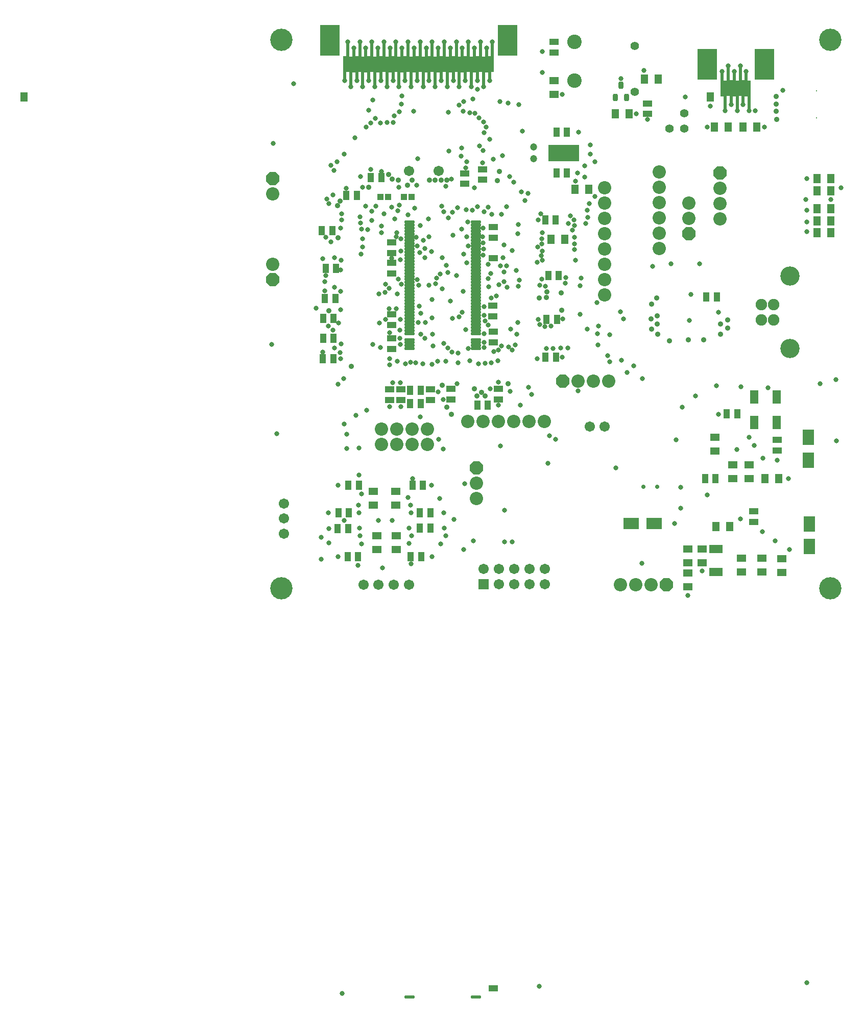
<source format=gbs>
%FSTAX24Y24*%
%MOMM*%
%SFA1B1*%

%IPPOS*%
%AMD98*
4,1,8,0.162560,0.601980,-0.162560,0.601980,-0.426720,0.337820,-0.426720,-0.337820,-0.162560,-0.601980,0.162560,-0.601980,0.426720,-0.337820,0.426720,0.337820,0.162560,0.601980,0.0*
1,1,0.528000,0.162560,0.337820*
1,1,0.528000,-0.162560,0.337820*
1,1,0.528000,-0.162560,-0.337820*
1,1,0.528000,0.162560,-0.337820*
%
%AMD106*
4,1,8,-1.102360,-0.457200,-0.457200,-1.102360,0.457200,-1.102360,1.102360,-0.457200,1.102360,0.457200,0.457200,1.102360,-0.457200,1.102360,-1.102360,0.457200,-1.102360,-0.457200,0.0*
%
%AMD108*
4,1,8,-0.457200,1.102360,-1.102360,0.457200,-1.102360,-0.457200,-0.457200,-1.102360,0.457200,-1.102360,1.102360,-0.457200,1.102360,0.457200,0.457200,1.102360,-0.457200,1.102360,0.0*
%
%ADD74R,1.202998X1.502997*%
%ADD83R,0.502999X5.202990*%
%ADD84R,3.202994X5.202990*%
%ADD85R,0.502999X4.202992*%
%ADD91R,1.952996X2.602995*%
%ADD92R,1.052998X1.602997*%
%ADD93R,1.602997X1.052998*%
%ADD94R,1.502997X1.202998*%
G04~CAMADD=98~8~0.0~0.0~335.8~473.6~103.9~0.0~15~0.0~0.0~0.0~0.0~0~0.0~0.0~0.0~0.0~0~0.0~0.0~0.0~0.0~335.8~473.6*
%ADD98D98*%
%ADD101C,1.702997*%
%ADD102C,0.902998*%
%ADD103C,2.202996*%
%ADD104C,1.402997*%
%ADD105R,1.702997X1.702997*%
G04~CAMADD=106~4~0.0~0.0~867.5~867.5~0.0~254.1~0~0.0~0.0~0.0~0.0~0~0.0~0.0~0.0~0.0~0~0.0~0.0~0.0~135.0~867.5~867.5*
%ADD106D106*%
%ADD107C,2.402995*%
G04~CAMADD=108~4~0.0~0.0~867.5~867.5~0.0~254.1~0~0.0~0.0~0.0~0.0~0~0.0~0.0~0.0~0.0~0~0.0~0.0~0.0~45.0~867.5~867.5*
%ADD108D108*%
%ADD109C,1.902996*%
%ADD110C,3.202994*%
%ADD111C,0.302999*%
%ADD112C,1.202998*%
%ADD113C,0.802998*%
%ADD114C,3.702993*%
%ADD115C,0.702999*%
%ADD116R,2.202996X1.452997*%
%ADD117O,1.802996X0.502999*%
%ADD118R,1.452997X2.202996*%
%ADD119R,2.602995X1.952996*%
%ADD120R,5.202990X2.702995*%
%ADD121R,1.002998X1.102998*%
%LN769bi_ltdc-1*%
%LPD*%
G54D74*
X1151999Y1645499D03*
X1174999D03*
X997499Y1379249D03*
X1020499D03*
X1338749Y1565999D03*
X1315749D03*
X1267999D03*
X1290999D03*
X1438499Y1429999D03*
X1461499D03*
X1438499Y1389999D03*
X1461499D03*
X1438499Y1409999D03*
X1461499D03*
Y1479999D03*
X1438499D03*
Y1459999D03*
X1461499D03*
X1293999Y902499D03*
X1270999D03*
X1375249Y982249D03*
X1352249D03*
X1126749Y1587249D03*
X1103749D03*
X1037249Y1462249D03*
X1060249D03*
X1261249Y1615499D03*
X123825D03*
G54D83*
X1325999Y1617499D03*
X1310999Y1642499D03*
X1305999Y1617499D03*
X1290999Y1642499D03*
X1285999Y1617499D03*
X700249Y1682249D03*
X740249D03*
X725249Y1657249D03*
X705249D03*
X685249D03*
X680249Y1682249D03*
X665249Y1657249D03*
X660249Y1682249D03*
X720249D03*
X760249D03*
X765249Y1657249D03*
X745249D03*
X780249Y1682249D03*
X785249Y1657249D03*
X805249D03*
X800249Y1682249D03*
X820249D03*
X825249Y1657249D03*
X840249Y1682249D03*
X845249Y1657249D03*
X860249Y1682249D03*
X865249Y1657249D03*
X880249Y1682249D03*
X885249Y1657249D03*
X900249Y1682249D03*
G54D84*
X1255999Y1669999D03*
X1350999D03*
X925249Y1709749D03*
X630249D03*
G54D85*
X1280999Y1637499D03*
X1320999D03*
X1315999Y1622499D03*
X1300999Y1637499D03*
X1295999Y1622499D03*
X895249Y1662249D03*
X890249Y1677249D03*
X875249Y1662249D03*
X870249Y1677249D03*
X855249Y1662249D03*
X850249Y1677249D03*
X835249Y1662249D03*
X830249Y1677249D03*
X810249D03*
X815249Y1662249D03*
X795249D03*
X775249D03*
X790249Y1677249D03*
X770249D03*
X750249D03*
X755249Y1662249D03*
X735249D03*
X73025Y1677249D03*
X715249Y1662249D03*
X710249Y1677249D03*
X690249D03*
X695249Y1662249D03*
X655249D03*
X670249Y1677249D03*
X675249Y1662249D03*
G54D91*
X1425999Y907249D03*
Y869249D03*
X1423999Y1050999D03*
Y1012999D03*
G54D92*
X678749Y970999D03*
X661249D03*
X636749Y1248249D03*
X619249D03*
X874999Y1104249D03*
X892499D03*
X1272249Y1283249D03*
X1254749D03*
X698749Y1481749D03*
X716249D03*
X657999Y1452249D03*
X675499D03*
X617499Y1393999D03*
X635D03*
X623499Y1331499D03*
X640999D03*
X619249Y1214749D03*
X636749D03*
X636499Y1181499D03*
X618999D03*
X1005749Y1183749D03*
X988249D03*
X1006999Y1246249D03*
X989499D03*
X1010249Y1319249D03*
X992749D03*
X1005249Y1411499D03*
X987749D03*
X1006249Y1488999D03*
X1023749D03*
X1006249Y1556999D03*
X1023749D03*
X1288749Y1089749D03*
X1306249D03*
X1252749Y982499D03*
X1270249D03*
X782249Y852499D03*
X764749D03*
X779749Y900249D03*
X797249D03*
X779999Y925499D03*
X797499D03*
X622249Y1281499D03*
X639749D03*
X780999Y1106999D03*
X763499D03*
X780999Y1128469D03*
X763499D03*
X644749Y925499D03*
X662249D03*
X643499Y899279D03*
X660999D03*
X677499Y852499D03*
X659999D03*
X767499Y971249D03*
X784999D03*
G54D93*
X732969Y1254929D03*
Y1237429D03*
X900719Y1251429D03*
Y1268929D03*
X732999Y1322499D03*
Y1339999D03*
X733219Y1373929D03*
Y1356429D03*
X732969Y1197679D03*
Y1215179D03*
X901309Y1399679D03*
Y1382179D03*
X901189Y136525D03*
Y1347749D03*
X901219Y1225929D03*
Y1208429D03*
X883499Y1478249D03*
Y1495749D03*
X853999Y1488749D03*
Y1471249D03*
X729999Y1130249D03*
Y1112749D03*
X748249D03*
Y1130249D03*
X797499Y1112749D03*
Y1130249D03*
X830999Y1113749D03*
Y1131249D03*
X1372249Y1046499D03*
Y1028999D03*
X1332999Y910499D03*
Y927999D03*
X1002749Y1689499D03*
Y1706999D03*
X1157499Y1604749D03*
Y1587249D03*
X909999Y1130999D03*
Y1113499D03*
G54D94*
X1312749Y827249D03*
Y850249D03*
X1325749Y982499D03*
Y1005499D03*
X1268999Y1027999D03*
Y1050999D03*
X1002749Y1619749D03*
Y1642749D03*
X1347249Y826999D03*
Y849999D03*
X1298999Y982499D03*
Y1005499D03*
X1379749Y849749D03*
Y826749D03*
X708499Y887499D03*
Y864499D03*
X740999D03*
Y887499D03*
X740249Y938249D03*
Y961249D03*
X702249D03*
Y938249D03*
X1224249Y842249D03*
Y865249D03*
X1247479Y842499D03*
Y865499D03*
X1224499Y8255D03*
Y802499D03*
G54D98*
X1113249Y1634999D03*
X1103749Y1614999D03*
X1122749D03*
G54D101*
X762Y1492999D03*
X810799D03*
X1086499Y1068749D03*
X1061499D03*
X885699Y832699D03*
X911099Y807299D03*
Y832699D03*
X936499Y807299D03*
Y832699D03*
X961899Y807299D03*
Y832699D03*
X987299Y807299D03*
Y832699D03*
X761499Y806499D03*
X736499D03*
X711499D03*
X686499D03*
X554249Y890999D03*
Y915999D03*
Y940999D03*
G54D102*
X694999Y1465999D03*
X766749Y1477499D03*
X647749Y1443249D03*
X642999Y1434999D03*
X1174499Y1221999D03*
X1163749Y1229999D03*
X1278499Y1221999D03*
X1290249Y1231999D03*
X1278749Y1238999D03*
X1173499Y1238749D03*
X1163499Y1247499D03*
X1172999Y1252749D03*
X644499Y1381999D03*
X628749Y1260749D03*
X990499Y1292249D03*
X977749Y1281749D03*
X1290499Y1245499D03*
X1172749Y1281999D03*
X1163749Y1271499D03*
X824499Y1477249D03*
X814919D03*
X805329D03*
X795749D03*
X744249D03*
X734249Y1479249D03*
X727999Y1486499D03*
X870499Y1131249D03*
X874749Y1119249D03*
X881749Y1125499D03*
X888249Y1119249D03*
X926499Y1139749D03*
X759749Y1469249D03*
X908499Y1476499D03*
X666499Y1168499D03*
X1014999Y1261499D03*
X816999Y1137499D03*
X1014249Y1290249D03*
X911999Y1491749D03*
X824249Y1100999D03*
X832249Y1088999D03*
X1250749Y1212499D03*
X1224749D03*
X1193499Y1211249D03*
X1371249Y1578249D03*
X1371029Y1591999D03*
Y1603999D03*
Y1616249D03*
X989249Y1282499D03*
G54D103*
X716419Y1064219D03*
Y1038819D03*
X741819D03*
Y1064219D03*
X767219Y1038819D03*
Y1064219D03*
X792619Y1038819D03*
Y1064219D03*
X986249Y1077249D03*
X960849D03*
X935449D03*
X910049D03*
X884649D03*
X859249D03*
X1085999Y1464999D03*
Y1439599D03*
Y1414199D03*
Y1388799D03*
Y1363399D03*
Y1337999D03*
Y1312599D03*
Y1287199D03*
X535749Y1337449D03*
Y1454549D03*
X1226249Y1439649D03*
Y1414249D03*
X1176499Y1363749D03*
Y1389149D03*
Y1414549D03*
Y1439949D03*
Y1465349D03*
Y1490749D03*
X1163449Y805749D03*
X1138049D03*
X1112649D03*
X1277499Y1463949D03*
Y1438549D03*
Y1413149D03*
X873749Y948999D03*
Y974399D03*
X1092849Y1144249D03*
X1067449D03*
X1042049D03*
G54D104*
X1136249Y1624249D03*
Y1700249D03*
X1193499Y1563249D03*
X1218499D03*
Y1588249D03*
G54D105*
X885699Y807299D03*
G54D106*
X535749Y1312049D03*
Y1479949D03*
X1226249Y1388849D03*
X1277499Y1489349D03*
X873749Y999799D03*
G54D107*
X1036249Y1707249D03*
Y1642249D03*
G54D108*
X1188849Y805749D03*
X1016649Y1144249D03*
G54D109*
X1346249Y1270749D03*
X1366149Y1245749D03*
X1346249D03*
X1366149Y1270749D03*
G54D110*
X1393249Y1318449D03*
Y1198049D03*
G54D111*
X1437379Y1625619D03*
Y1581249D03*
G54D112*
X968249Y1512749D03*
Y1532749D03*
G54D113*
X678749Y988499D03*
X981249Y1352499D03*
X1069999Y1450749D03*
X1054499Y1405999D03*
X1057999Y1415999D03*
X1057249Y1427249D03*
X1035999Y1382749D03*
X1029749Y1418499D03*
X1036249Y1402499D03*
X1032749Y1394499D03*
X1060999Y1438249D03*
X1052999Y1482999D03*
X1037499Y1475499D03*
X1052999Y1500999D03*
X1111999Y1259499D03*
X895249Y1544999D03*
X1045749Y1302249D03*
X1073499Y1273999D03*
X632749Y1502499D03*
X637999Y1348999D03*
X1300999Y1657499D03*
X1295999Y1602499D03*
X1280999Y1657499D03*
X1310999Y1667499D03*
X1290999D03*
X1305999Y1592499D03*
X1315999Y1602499D03*
X1325999Y1592499D03*
X1320999Y1657499D03*
X895249Y1642249D03*
X875249D03*
X855249D03*
X665249Y1632249D03*
X660249Y1707249D03*
X655249Y1642249D03*
X685249Y1632249D03*
X705249D03*
X725249D03*
X745249D03*
X765249D03*
X785249D03*
X805249D03*
X825249D03*
X845249D03*
X865249D03*
X885249D03*
X680249Y1707249D03*
X700249D03*
X720249D03*
X740249D03*
X760249D03*
X780249D03*
X800249D03*
X820249D03*
X840249D03*
X860249D03*
X880249D03*
X900249D03*
X670249Y1697249D03*
X675249Y1642249D03*
X695249D03*
X715249D03*
X735249D03*
X755249D03*
X775249D03*
X795249D03*
X815249D03*
X835249D03*
X690249Y1697249D03*
X710249D03*
X73025D03*
X750249D03*
X770249D03*
X790249D03*
X810249D03*
X830249D03*
X850249D03*
X870249D03*
X890249D03*
X631999Y1374749D03*
X896749Y1131499D03*
X981749Y1312999D03*
X1348749Y1015749D03*
X748249Y1101499D03*
X1165749Y1334499D03*
X1381249Y1626749D03*
X1229499Y1288249D03*
X1195999Y1338999D03*
X1035249Y1411749D03*
X979999Y1421999D03*
X1025999Y1405999D03*
X534249Y1205249D03*
X607499Y1264749D03*
X536499Y1538249D03*
X623499Y1382999D03*
X622249Y1308749D03*
X623499Y1319499D03*
X622249Y1294249D03*
X618749Y1192499D03*
X1134249Y1169749D03*
X770999Y1430999D03*
X706999Y1434499D03*
X716249Y1491999D03*
X777749Y1303249D03*
X775509Y1312249D03*
X744249Y1312999D03*
X748999Y1305249D03*
X1243749Y1338499D03*
X1275249Y1258499D03*
X914999Y1202499D03*
X729719Y1180929D03*
X729969Y1171469D03*
X833249Y1192499D03*
X808999Y1176999D03*
X933249Y1360999D03*
X1151749Y1659999D03*
X1062499Y1535749D03*
X1157499Y1578499D03*
X1138249Y1587249D03*
X1113249Y1645749D03*
X1035999Y1371499D03*
Y1361999D03*
X1070249Y1507749D03*
X1037499Y1344999D03*
X1062499Y1520749D03*
X848249Y1516999D03*
X750249Y1616999D03*
X774969Y1469029D03*
X841749Y1139749D03*
X773999Y1382929D03*
X716249Y1400999D03*
X842749Y1190249D03*
X741999Y1176749D03*
X859719Y1197929D03*
X852009Y1292749D03*
X906969Y1285679D03*
X893259Y1313999D03*
X939879Y1327429D03*
X928499Y1483499D03*
X935749Y1473749D03*
X958999Y1455499D03*
X948249Y1458499D03*
X954249Y1443749D03*
X1025499Y1198749D03*
X1045749Y1254749D03*
X977499Y1397D03*
X982499Y1390499D03*
X950249Y1558999D03*
X1012999Y1198749D03*
X989749Y1198499D03*
X974679Y1181429D03*
X997249Y1235749D03*
X978249Y1237999D03*
X717499Y834499D03*
X823249Y887249D03*
X653999Y912999D03*
X836499Y914249D03*
X616499Y848249D03*
Y884749D03*
X764999Y840749D03*
X679249Y1032749D03*
X658499Y1032499D03*
X644499Y1138749D03*
X649999Y1421499D03*
X680999Y1416499D03*
X650069Y1411429D03*
X681249Y1406499D03*
X628999Y1438249D03*
X542749Y1056749D03*
X648749Y1397999D03*
X657999Y1464249D03*
X1214999Y1100999D03*
X1236499Y1119749D03*
X1204749Y1046749D03*
X785749Y1377499D03*
X795249Y1383749D03*
X775009Y1368249D03*
X682469Y1354429D03*
X642749Y1508249D03*
X885499Y1573749D03*
X886249Y1556499D03*
X916999Y1517999D03*
X889999Y1565249D03*
X769499Y1591999D03*
X887749Y1243999D03*
X893249Y1237499D03*
X856219Y1229179D03*
X819749Y1206249D03*
X801499Y1202499D03*
X826749Y1414999D03*
X781499Y1256499D03*
X800249Y1249249D03*
X729289Y1224809D03*
X722749Y1246249D03*
X728499Y1297749D03*
X742749Y1288999D03*
X722999Y1304749D03*
X794249Y1413179D03*
X780539Y1402569D03*
X817249Y1297249D03*
X923249Y1335249D03*
X919749Y1370249D03*
X893849Y1300309D03*
X840249Y1318899D03*
X1333999Y1036999D03*
X1255999Y1565999D03*
X1350999D03*
X901999Y1511999D03*
X1040999Y1488999D03*
X1042999Y1556999D03*
X964999Y1121999D03*
X959999Y1133999D03*
X1090999Y1185999D03*
X1074999Y1203999D03*
X1073999Y1222999D03*
X1419999Y1444999D03*
X1477999Y1464999D03*
X1020749Y1306499D03*
X826999Y1589999D03*
X690499Y1565749D03*
X618999Y1346999D03*
X653999Y1520999D03*
X1201749Y907749D03*
X1392499Y864249D03*
X1147749Y841749D03*
X1325499Y1051249D03*
X1372249Y1012499D03*
X1391249Y982249D03*
X1347749Y894249D03*
X1368749Y878749D03*
X625499Y1445999D03*
X637499Y1493249D03*
X635499Y1452749D03*
X720249Y1421499D03*
X701999Y1610499D03*
X857499Y1507999D03*
X671999Y1547499D03*
X694999Y1593499D03*
X827999Y1525499D03*
X877049Y1173059D03*
X748879Y1604119D03*
X725249Y1572999D03*
X848999Y1530999D03*
X697999Y1572499D03*
X681499Y1483499D03*
X862999Y1588999D03*
X975999Y1411499D03*
X705999Y1580249D03*
X714749Y1572499D03*
X745749Y1590999D03*
X737499Y1584249D03*
X735249Y1572999D03*
X878749Y1534499D03*
X884749Y1526999D03*
X871499Y1588499D03*
X877749Y1580749D03*
X776249Y1512749D03*
X1016999Y1246999D03*
X883749Y1506499D03*
X855499Y1497749D03*
X698749Y1494999D03*
X818499Y1113749D03*
X909999Y1104249D03*
X1021499Y1316249D03*
X799499Y971499D03*
X820249Y900249D03*
X920049Y877099D03*
X932749Y876899D03*
X868349Y878799D03*
X644499Y852499D03*
X643999Y971499D03*
X816999Y1348999D03*
X886499Y1222499D03*
X918999Y1325499D03*
X917999Y1348999D03*
X893499Y1337999D03*
X848749Y1395939D03*
X852749Y1354499D03*
X834749Y1386499D03*
X884499Y1372999D03*
X885249Y1362999D03*
X746749Y1228999D03*
X85725Y1383249D03*
X883999Y1383179D03*
X857499Y1339999D03*
X897999Y1174499D03*
X728499Y1263999D03*
X721749Y1290999D03*
X779999Y1357499D03*
X798999Y1359249D03*
X788249Y1348999D03*
X788499Y1364249D03*
X740719Y1383179D03*
X684469Y1366929D03*
X684999Y1465999D03*
X975749Y1246499D03*
X746719Y1215429D03*
X748219Y1359679D03*
X759969Y1419929D03*
X699999Y1425999D03*
X897969Y1282179D03*
X933219Y1195429D03*
X693469Y1395179D03*
X748469Y1379929D03*
X747469Y1246179D03*
X918969Y1308679D03*
X929969Y1229929D03*
X923969Y1433929D03*
X764469Y1175429D03*
X648749Y1181249D03*
X741749Y1390749D03*
X886499Y1267929D03*
X833999Y1424499D03*
X842249Y1432249D03*
X924509Y1299999D03*
X897719Y1322679D03*
X913469Y1335429D03*
X910969Y1303679D03*
X886499Y1252999D03*
X885999Y1207999D03*
X747719Y1345179D03*
X733219Y1347969D03*
X869969Y1464719D03*
X884249Y1397999D03*
X915219Y1421179D03*
X826499Y1198999D03*
X884249Y1352999D03*
X909969Y1142279D03*
X830259Y1276499D03*
X850249Y1258499D03*
X807749Y1314999D03*
X795249Y1303249D03*
X844999Y1250999D03*
X833999Y1248399D03*
X714499Y1199999D03*
X701719Y1205249D03*
X823749Y1336499D03*
X826249Y1323999D03*
X813749Y1321499D03*
X740499Y1264499D03*
X805999Y1305999D03*
X822999Y1177249D03*
X800999Y1222249D03*
X788499Y1215249D03*
X781749Y1221749D03*
X684999Y1380249D03*
X700249Y1410749D03*
X737999Y1412899D03*
X716499Y1389999D03*
X689969Y1434529D03*
X942319Y1241429D03*
X944429Y1311429D03*
X943249Y1403499D03*
X819249Y1424999D03*
X815749Y1433999D03*
X683179Y1396429D03*
X772749Y1174249D03*
X799969Y1172029D03*
X860069Y1367929D03*
X799999Y1279749D03*
X778539Y1268059D03*
X788749Y1241749D03*
X777499Y1240999D03*
X1461499Y1444999D03*
X1421749Y1479999D03*
X1421499Y14605D03*
Y1427249D03*
X1421749Y1407999D03*
X1421499Y1391999D03*
X729999Y1101749D03*
X1104749Y999749D03*
X819749Y925499D03*
X799749Y852499D03*
X1015749Y1619749D03*
X1335999Y1592499D03*
X1274749Y1088749D03*
X1271249Y1136749D03*
X1305249Y1030499D03*
X1470249Y1044499D03*
X1469749Y1146499D03*
X734969Y1141779D03*
X929749Y1127249D03*
X946249Y1104499D03*
X867749Y1612499D03*
X925749Y1604999D03*
X851249Y1592249D03*
X940749Y1221499D03*
X902009Y1193239D03*
X908999Y1177499D03*
X909969Y1195929D03*
X886499Y1199749D03*
X862249Y1177499D03*
X937719Y1203929D03*
X927049Y1200309D03*
X648499Y1262499D03*
X831999Y1478999D03*
X822749Y1467249D03*
X1226499Y1244499D03*
X899249Y1420499D03*
X893249Y1432499D03*
X885999Y1424749D03*
X943249Y1301499D03*
X978999Y1302999D03*
X887999Y1173499D03*
X747499Y1141749D03*
X780749Y1084499D03*
X811249Y1047249D03*
X818249Y1031249D03*
X756249Y1172749D03*
X784999Y1172499D03*
X810249Y1126249D03*
X732749Y1432999D03*
X743499Y1426749D03*
X745749Y1435749D03*
X648749Y1328749D03*
X649249Y1344249D03*
X648249Y1292999D03*
X651069Y128143D03*
X638499Y1299999D03*
X843249Y1174249D03*
X942249Y1388999D03*
X1310999Y915749D03*
X859319Y1407929D03*
X856749Y1428499D03*
X866749Y1427749D03*
X874999Y1433249D03*
X747249Y1204999D03*
X648999Y1205749D03*
X637999Y1198999D03*
X647249Y1191749D03*
X712999Y1240749D03*
X711999Y1288499D03*
X745249Y1465749D03*
X644749Y1240249D03*
X627999Y1235249D03*
X635499Y1228249D03*
X987499Y1234249D03*
X1000999Y1198499D03*
X1123749Y1158499D03*
X1148749Y1148249D03*
X1357499Y1133249D03*
X1443249Y1139999D03*
X1312499Y1134749D03*
X1256499Y954749D03*
X1094749Y1220749D03*
X1057499Y1229999D03*
X1075749Y1235499D03*
X1046999Y1315249D03*
X1212499Y967749D03*
X1212249Y932749D03*
X981999Y1380249D03*
X975499Y1366749D03*
X981749Y1371999D03*
X974249Y1341499D03*
X983249Y1344749D03*
X982549Y1360069D03*
X678249Y938249D03*
X678499Y925499D03*
X628499Y925249D03*
X679499Y899749D03*
X628999Y898999D03*
X628749Y875749D03*
X680249Y887249D03*
X677249Y838249D03*
X682999Y873749D03*
X710749Y912749D03*
X733749D03*
X767499Y982249D03*
X762249Y874499D03*
X765749Y887249D03*
X814749Y873499D03*
X763999Y938249D03*
X760249Y950749D03*
X812749Y949499D03*
X919999Y929499D03*
X653749Y1148499D03*
X691999Y1095749D03*
X673999Y1087249D03*
X658499Y1055749D03*
X653999Y1072499D03*
X991749Y1007749D03*
X853999Y973999D03*
X913249Y1036249D03*
X852249Y864499D03*
X765249Y925499D03*
X762Y899999D03*
X683249Y956749D03*
X1015749Y1183499D03*
X987999Y1301249D03*
X1117499Y1247249D03*
X1114499Y1178999D03*
X1094999Y1176499D03*
X1041749Y1128249D03*
X994289Y1053789D03*
X1005249Y1047249D03*
X570499Y1637249D03*
X982749Y1690499D03*
Y1656499D03*
X943749Y1602499D03*
X874999Y1627999D03*
X845249Y1602249D03*
X852499Y1608249D03*
X912499Y1607999D03*
X1285999Y1592499D03*
X1261749Y1600249D03*
X1220249Y1615499D03*
X1247499Y828749D03*
X1224499Y788749D03*
G54D114*
X549999Y1709999D03*
X1459999D03*
Y799999D03*
X549999D03*
G54D115*
X1150749Y968749D03*
X1173749D03*
G54D116*
X1270999Y827499D03*
Y864999D03*
G54D117*
X872469Y1407929D03*
Y1402929D03*
Y1397929D03*
Y1392929D03*
Y1387929D03*
Y1382929D03*
Y1377929D03*
Y1372929D03*
Y1367929D03*
Y1362929D03*
Y1357929D03*
Y1352929D03*
Y1347929D03*
Y1342929D03*
Y1337929D03*
Y1332929D03*
Y1327929D03*
Y1322929D03*
Y1317929D03*
Y1312929D03*
Y1307929D03*
Y1302929D03*
Y1297929D03*
Y1292929D03*
Y1287929D03*
Y1282929D03*
Y1277929D03*
Y1272929D03*
Y1267929D03*
Y1262929D03*
Y1257929D03*
Y1252929D03*
Y1247929D03*
Y1242929D03*
Y1237929D03*
Y1232929D03*
Y1227929D03*
Y1222929D03*
Y121793D03*
Y1212929D03*
Y1207929D03*
Y1202929D03*
Y1197929D03*
X762469Y1407929D03*
Y1402929D03*
Y1397929D03*
Y1392929D03*
Y1387929D03*
Y1382929D03*
Y1377929D03*
Y1372929D03*
Y1367929D03*
Y1362929D03*
Y1357929D03*
Y1352929D03*
Y1347929D03*
Y1342929D03*
Y1337929D03*
Y1332929D03*
Y1327929D03*
Y1322929D03*
Y1317929D03*
Y1312929D03*
Y1307929D03*
Y1302929D03*
Y1297929D03*
Y1292929D03*
Y1287929D03*
Y1282929D03*
Y1277929D03*
Y1272929D03*
Y1267929D03*
Y1262929D03*
Y1257929D03*
Y1252929D03*
Y1247929D03*
Y1242929D03*
Y1237929D03*
Y1232929D03*
Y1227929D03*
Y1222929D03*
Y121793D03*
Y1212929D03*
Y1207929D03*
Y1202929D03*
Y1197929D03*
G54D118*
X1371749Y1117749D03*
X1334249D03*
X1333999Y1074999D03*
X1371499D03*
G54D119*
X1129999Y907809D03*
X1167999D03*
G54D120*
X1018249Y1522749D03*
G54D121*
X765999Y1449999D03*
X752999D03*
X714249Y1449749D03*
X727249D03*
M02*
</source>
